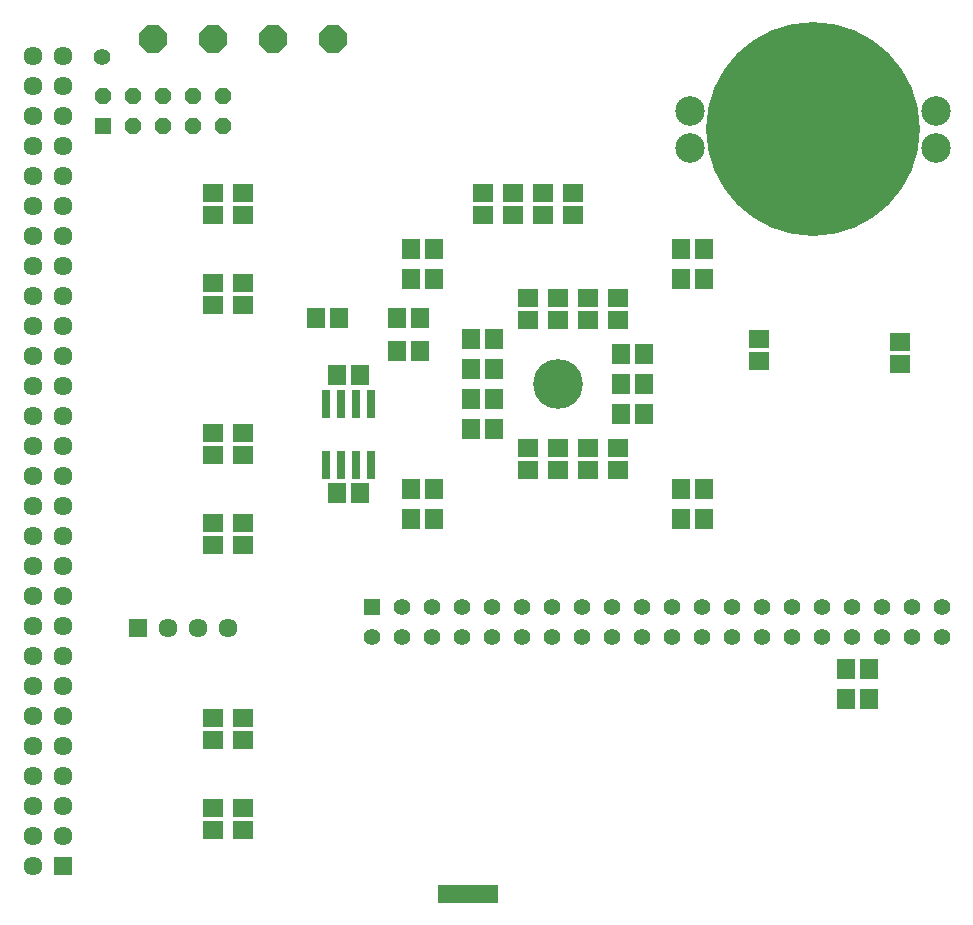
<source format=gbs>
G75*
%MOIN*%
%OFA0B0*%
%FSLAX25Y25*%
%IPPOS*%
%LPD*%
%AMOC8*
5,1,8,0,0,1.08239X$1,22.5*
%
%ADD10R,0.20000X0.06000*%
%ADD11C,0.09855*%
%ADD12C,0.71302*%
%ADD13R,0.06706X0.05918*%
%ADD14R,0.05918X0.06706*%
%ADD15R,0.06337X0.06337*%
%ADD16C,0.06337*%
%ADD17C,0.16610*%
%ADD18R,0.03162X0.09461*%
%ADD19R,0.05550X0.05550*%
%ADD20C,0.05550*%
%ADD21OC8,0.05550*%
%ADD22OC8,0.09300*%
%ADD23C,0.02828*%
D10*
X0190000Y0060000D03*
D11*
X0264055Y0308701D03*
X0264055Y0320906D03*
X0345945Y0320906D03*
X0345945Y0308701D03*
D12*
X0305000Y0315000D03*
D13*
X0225000Y0293740D03*
X0225000Y0286260D03*
X0215000Y0286260D03*
X0205000Y0286260D03*
X0205000Y0293740D03*
X0215000Y0293740D03*
X0195000Y0293740D03*
X0195000Y0286260D03*
X0210000Y0258740D03*
X0220000Y0258740D03*
X0230000Y0258740D03*
X0230000Y0251260D03*
X0220000Y0251260D03*
X0210000Y0251260D03*
X0240000Y0251260D03*
X0240000Y0258740D03*
X0287044Y0245154D03*
X0287044Y0237674D03*
X0334127Y0236674D03*
X0334127Y0244154D03*
X0240000Y0208740D03*
X0240000Y0201260D03*
X0230000Y0201260D03*
X0220000Y0201260D03*
X0210000Y0201260D03*
X0210000Y0208740D03*
X0220000Y0208740D03*
X0230000Y0208740D03*
X0115000Y0206260D03*
X0105000Y0206260D03*
X0105000Y0213740D03*
X0115000Y0213740D03*
X0115000Y0183740D03*
X0105000Y0183740D03*
X0105000Y0176260D03*
X0115000Y0176260D03*
X0115000Y0118740D03*
X0105000Y0118740D03*
X0105000Y0111260D03*
X0115000Y0111260D03*
X0115000Y0088740D03*
X0105000Y0088740D03*
X0105000Y0081260D03*
X0115000Y0081260D03*
X0115000Y0256260D03*
X0105000Y0256260D03*
X0105000Y0263740D03*
X0115000Y0263740D03*
X0115000Y0286260D03*
X0105000Y0286260D03*
X0105000Y0293740D03*
X0115000Y0293740D03*
D14*
X0171260Y0275000D03*
X0178740Y0275000D03*
X0178740Y0265000D03*
X0171260Y0265000D03*
X0173990Y0252000D03*
X0166510Y0252000D03*
X0166510Y0241000D03*
X0173990Y0241000D03*
X0191260Y0245000D03*
X0198740Y0245000D03*
X0198740Y0235000D03*
X0191260Y0235000D03*
X0191260Y0225000D03*
X0198740Y0225000D03*
X0198740Y0215000D03*
X0191260Y0215000D03*
X0178740Y0195000D03*
X0171260Y0195000D03*
X0171260Y0185000D03*
X0178740Y0185000D03*
X0153990Y0193500D03*
X0146510Y0193500D03*
X0146510Y0233000D03*
X0153990Y0233000D03*
X0146990Y0252000D03*
X0139510Y0252000D03*
X0241260Y0240000D03*
X0248740Y0240000D03*
X0248740Y0230000D03*
X0241260Y0230000D03*
X0241260Y0220000D03*
X0248740Y0220000D03*
X0261260Y0195000D03*
X0268740Y0195000D03*
X0268740Y0185000D03*
X0261260Y0185000D03*
X0316260Y0135000D03*
X0323740Y0135000D03*
X0323740Y0125000D03*
X0316260Y0125000D03*
X0268740Y0265000D03*
X0261260Y0265000D03*
X0261260Y0275000D03*
X0268740Y0275000D03*
D15*
X0080000Y0148500D03*
X0055000Y0069173D03*
D16*
X0045000Y0069173D03*
X0045000Y0079173D03*
X0055000Y0079173D03*
X0055000Y0089173D03*
X0045000Y0089173D03*
X0045000Y0099173D03*
X0055000Y0099173D03*
X0055000Y0109173D03*
X0045000Y0109173D03*
X0045000Y0119173D03*
X0055000Y0119173D03*
X0055000Y0129173D03*
X0045000Y0129173D03*
X0045000Y0139173D03*
X0055000Y0139173D03*
X0055000Y0149173D03*
X0045000Y0149173D03*
X0045000Y0159173D03*
X0055000Y0159173D03*
X0055000Y0169173D03*
X0045000Y0169173D03*
X0045000Y0179173D03*
X0055000Y0179173D03*
X0055000Y0189173D03*
X0045000Y0189173D03*
X0045000Y0199173D03*
X0055000Y0199173D03*
X0055000Y0209173D03*
X0045000Y0209173D03*
X0045000Y0219173D03*
X0055000Y0219173D03*
X0055000Y0229173D03*
X0045000Y0229173D03*
X0045000Y0239173D03*
X0055000Y0239173D03*
X0055000Y0249173D03*
X0045000Y0249173D03*
X0045000Y0259173D03*
X0055000Y0259173D03*
X0055000Y0269173D03*
X0045000Y0269173D03*
X0045000Y0279173D03*
X0055000Y0279173D03*
X0055000Y0289173D03*
X0045000Y0289173D03*
X0045000Y0299173D03*
X0055000Y0299173D03*
X0055000Y0309173D03*
X0045000Y0309173D03*
X0045000Y0319173D03*
X0055000Y0319173D03*
X0055000Y0329173D03*
X0045000Y0329173D03*
X0045000Y0339173D03*
X0055000Y0339173D03*
X0090000Y0148500D03*
X0100000Y0148500D03*
X0110000Y0148500D03*
D17*
X0220000Y0230000D03*
D18*
X0157750Y0223486D03*
X0152750Y0223486D03*
X0147750Y0223486D03*
X0142750Y0223486D03*
X0142750Y0203014D03*
X0147750Y0203014D03*
X0152750Y0203014D03*
X0157750Y0203014D03*
D19*
X0157953Y0155669D03*
X0068500Y0316000D03*
D20*
X0068000Y0339000D03*
X0167953Y0155669D03*
X0177953Y0155669D03*
X0187953Y0155669D03*
X0197953Y0155669D03*
X0207953Y0155669D03*
X0217953Y0155669D03*
X0227953Y0155669D03*
X0237953Y0155669D03*
X0247953Y0155669D03*
X0257953Y0155669D03*
X0267953Y0155669D03*
X0277953Y0155669D03*
X0287953Y0155669D03*
X0297953Y0155669D03*
X0307953Y0155669D03*
X0317953Y0155669D03*
X0327953Y0155669D03*
X0337953Y0155669D03*
X0347953Y0155669D03*
X0347953Y0145669D03*
X0337953Y0145669D03*
X0327953Y0145669D03*
X0317953Y0145669D03*
X0307953Y0145669D03*
X0297953Y0145669D03*
X0287953Y0145669D03*
X0277953Y0145669D03*
X0267953Y0145669D03*
X0257953Y0145669D03*
X0247953Y0145669D03*
X0237953Y0145669D03*
X0227953Y0145669D03*
X0217953Y0145669D03*
X0207953Y0145669D03*
X0197953Y0145669D03*
X0187953Y0145669D03*
X0177953Y0145669D03*
X0167953Y0145669D03*
X0157953Y0145669D03*
D21*
X0108500Y0316000D03*
X0108500Y0326000D03*
X0098500Y0326000D03*
X0088500Y0326000D03*
X0088500Y0316000D03*
X0098500Y0316000D03*
X0078500Y0316000D03*
X0078500Y0326000D03*
X0068500Y0326000D03*
D22*
X0085000Y0345000D03*
X0105000Y0345000D03*
X0125000Y0345000D03*
X0145000Y0345000D03*
D23*
X0190000Y0060000D03*
M02*

</source>
